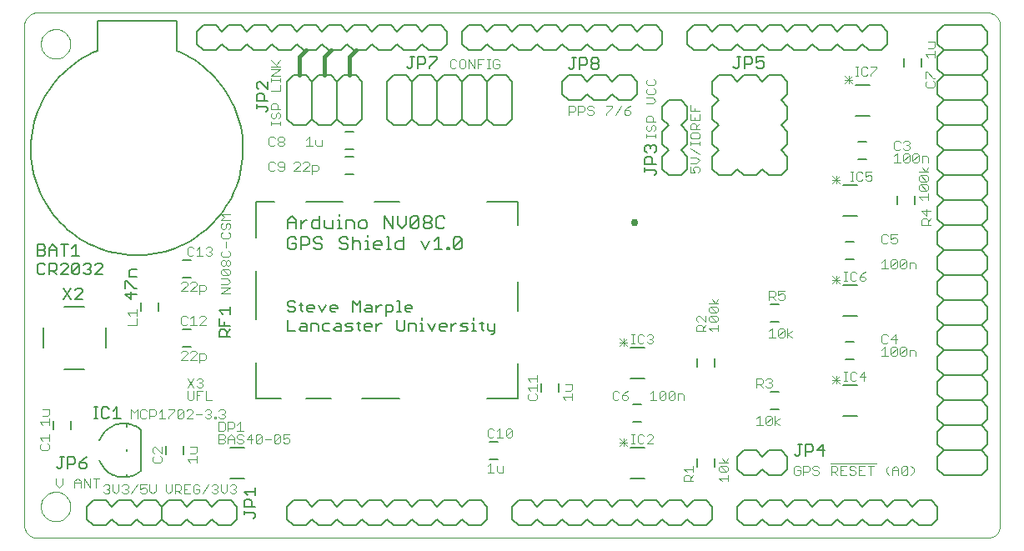
<source format=gto>
G75*
G70*
%OFA0B0*%
%FSLAX24Y24*%
%IPPOS*%
%LPD*%
%AMOC8*
5,1,8,0,0,1.08239X$1,22.5*
%
%ADD10C,0.0000*%
%ADD11C,0.0040*%
%ADD12C,0.0160*%
%ADD13C,0.0070*%
%ADD14C,0.0060*%
%ADD15C,0.0050*%
%ADD16C,0.0080*%
%ADD17C,0.0300*%
%ADD18C,0.0030*%
D10*
X001675Y001175D02*
X039675Y001175D01*
X039719Y001177D01*
X039762Y001183D01*
X039804Y001192D01*
X039846Y001205D01*
X039886Y001222D01*
X039925Y001242D01*
X039962Y001265D01*
X039996Y001292D01*
X040029Y001321D01*
X040058Y001354D01*
X040085Y001388D01*
X040108Y001425D01*
X040128Y001464D01*
X040145Y001504D01*
X040158Y001546D01*
X040167Y001588D01*
X040173Y001631D01*
X040175Y001675D01*
X040175Y021675D01*
X040173Y021719D01*
X040167Y021762D01*
X040158Y021804D01*
X040145Y021846D01*
X040128Y021886D01*
X040108Y021925D01*
X040085Y021962D01*
X040058Y021996D01*
X040029Y022029D01*
X039996Y022058D01*
X039962Y022085D01*
X039925Y022108D01*
X039886Y022128D01*
X039846Y022145D01*
X039804Y022158D01*
X039762Y022167D01*
X039719Y022173D01*
X039675Y022175D01*
X001675Y022175D01*
X001631Y022173D01*
X001588Y022167D01*
X001546Y022158D01*
X001504Y022145D01*
X001464Y022128D01*
X001425Y022108D01*
X001388Y022085D01*
X001354Y022058D01*
X001321Y022029D01*
X001292Y021996D01*
X001265Y021962D01*
X001242Y021925D01*
X001222Y021886D01*
X001205Y021846D01*
X001192Y021804D01*
X001183Y021762D01*
X001177Y021719D01*
X001175Y021675D01*
X001175Y001675D01*
X001177Y001631D01*
X001183Y001588D01*
X001192Y001546D01*
X001205Y001504D01*
X001222Y001464D01*
X001242Y001425D01*
X001265Y001388D01*
X001292Y001354D01*
X001321Y001321D01*
X001354Y001292D01*
X001388Y001265D01*
X001425Y001242D01*
X001464Y001222D01*
X001504Y001205D01*
X001546Y001192D01*
X001588Y001183D01*
X001631Y001177D01*
X001675Y001175D01*
X001834Y002425D02*
X001836Y002473D01*
X001842Y002521D01*
X001852Y002568D01*
X001865Y002614D01*
X001883Y002659D01*
X001903Y002703D01*
X001928Y002745D01*
X001956Y002784D01*
X001986Y002821D01*
X002020Y002855D01*
X002057Y002887D01*
X002095Y002916D01*
X002136Y002941D01*
X002179Y002963D01*
X002224Y002981D01*
X002270Y002995D01*
X002317Y003006D01*
X002365Y003013D01*
X002413Y003016D01*
X002461Y003015D01*
X002509Y003010D01*
X002557Y003001D01*
X002603Y002989D01*
X002648Y002972D01*
X002692Y002952D01*
X002734Y002929D01*
X002774Y002902D01*
X002812Y002872D01*
X002847Y002839D01*
X002879Y002803D01*
X002909Y002765D01*
X002935Y002724D01*
X002957Y002681D01*
X002977Y002637D01*
X002992Y002592D01*
X003004Y002545D01*
X003012Y002497D01*
X003016Y002449D01*
X003016Y002401D01*
X003012Y002353D01*
X003004Y002305D01*
X002992Y002258D01*
X002977Y002213D01*
X002957Y002169D01*
X002935Y002126D01*
X002909Y002085D01*
X002879Y002047D01*
X002847Y002011D01*
X002812Y001978D01*
X002774Y001948D01*
X002734Y001921D01*
X002692Y001898D01*
X002648Y001878D01*
X002603Y001861D01*
X002557Y001849D01*
X002509Y001840D01*
X002461Y001835D01*
X002413Y001834D01*
X002365Y001837D01*
X002317Y001844D01*
X002270Y001855D01*
X002224Y001869D01*
X002179Y001887D01*
X002136Y001909D01*
X002095Y001934D01*
X002057Y001963D01*
X002020Y001995D01*
X001986Y002029D01*
X001956Y002066D01*
X001928Y002105D01*
X001903Y002147D01*
X001883Y002191D01*
X001865Y002236D01*
X001852Y002282D01*
X001842Y002329D01*
X001836Y002377D01*
X001834Y002425D01*
X001834Y020925D02*
X001836Y020973D01*
X001842Y021021D01*
X001852Y021068D01*
X001865Y021114D01*
X001883Y021159D01*
X001903Y021203D01*
X001928Y021245D01*
X001956Y021284D01*
X001986Y021321D01*
X002020Y021355D01*
X002057Y021387D01*
X002095Y021416D01*
X002136Y021441D01*
X002179Y021463D01*
X002224Y021481D01*
X002270Y021495D01*
X002317Y021506D01*
X002365Y021513D01*
X002413Y021516D01*
X002461Y021515D01*
X002509Y021510D01*
X002557Y021501D01*
X002603Y021489D01*
X002648Y021472D01*
X002692Y021452D01*
X002734Y021429D01*
X002774Y021402D01*
X002812Y021372D01*
X002847Y021339D01*
X002879Y021303D01*
X002909Y021265D01*
X002935Y021224D01*
X002957Y021181D01*
X002977Y021137D01*
X002992Y021092D01*
X003004Y021045D01*
X003012Y020997D01*
X003016Y020949D01*
X003016Y020901D01*
X003012Y020853D01*
X003004Y020805D01*
X002992Y020758D01*
X002977Y020713D01*
X002957Y020669D01*
X002935Y020626D01*
X002909Y020585D01*
X002879Y020547D01*
X002847Y020511D01*
X002812Y020478D01*
X002774Y020448D01*
X002734Y020421D01*
X002692Y020398D01*
X002648Y020378D01*
X002603Y020361D01*
X002557Y020349D01*
X002509Y020340D01*
X002461Y020335D01*
X002413Y020334D01*
X002365Y020337D01*
X002317Y020344D01*
X002270Y020355D01*
X002224Y020369D01*
X002179Y020387D01*
X002136Y020409D01*
X002095Y020434D01*
X002057Y020463D01*
X002020Y020495D01*
X001986Y020529D01*
X001956Y020566D01*
X001928Y020605D01*
X001903Y020647D01*
X001883Y020691D01*
X001865Y020736D01*
X001852Y020782D01*
X001842Y020829D01*
X001836Y020877D01*
X001834Y020925D01*
D11*
X011045Y020268D02*
X011285Y020028D01*
X011225Y020088D02*
X011405Y020268D01*
X011405Y020028D02*
X011045Y020028D01*
X011045Y019900D02*
X011405Y019900D01*
X011045Y019659D01*
X011405Y019659D01*
X011405Y019534D02*
X011405Y019414D01*
X011405Y019474D02*
X011045Y019474D01*
X011045Y019414D02*
X011045Y019534D01*
X011405Y019286D02*
X011405Y019045D01*
X011045Y019045D01*
X011105Y018549D02*
X011225Y018549D01*
X011285Y018489D01*
X011285Y018309D01*
X011405Y018309D02*
X011045Y018309D01*
X011045Y018489D01*
X011105Y018549D01*
X011105Y018181D02*
X011045Y018121D01*
X011045Y018001D01*
X011105Y017941D01*
X011165Y017941D01*
X011225Y018001D01*
X011225Y018121D01*
X011285Y018181D01*
X011345Y018181D01*
X011405Y018121D01*
X011405Y018001D01*
X011345Y017941D01*
X011405Y017815D02*
X011405Y017695D01*
X011405Y017755D02*
X011045Y017755D01*
X011045Y017695D02*
X011045Y017815D01*
X011005Y017205D02*
X010945Y017145D01*
X010945Y016905D01*
X011005Y016845D01*
X011125Y016845D01*
X011185Y016905D01*
X011313Y016905D02*
X011313Y016965D01*
X011373Y017025D01*
X011493Y017025D01*
X011554Y016965D01*
X011554Y016905D01*
X011493Y016845D01*
X011373Y016845D01*
X011313Y016905D01*
X011373Y017025D02*
X011313Y017085D01*
X011313Y017145D01*
X011373Y017205D01*
X011493Y017205D01*
X011554Y017145D01*
X011554Y017085D01*
X011493Y017025D01*
X011185Y017145D02*
X011125Y017205D01*
X011005Y017205D01*
X011005Y016205D02*
X010945Y016145D01*
X010945Y015905D01*
X011005Y015845D01*
X011125Y015845D01*
X011185Y015905D01*
X011313Y015905D02*
X011373Y015845D01*
X011493Y015845D01*
X011554Y015905D01*
X011554Y016145D01*
X011493Y016205D01*
X011373Y016205D01*
X011313Y016145D01*
X011313Y016085D01*
X011373Y016025D01*
X011554Y016025D01*
X011185Y016145D02*
X011125Y016205D01*
X011005Y016205D01*
X011945Y016145D02*
X012005Y016205D01*
X012125Y016205D01*
X012185Y016145D01*
X012185Y016085D01*
X011945Y015845D01*
X012185Y015845D01*
X012313Y015845D02*
X012554Y016085D01*
X012554Y016145D01*
X012493Y016205D01*
X012373Y016205D01*
X012313Y016145D01*
X012682Y016085D02*
X012862Y016085D01*
X012922Y016025D01*
X012922Y015905D01*
X012862Y015845D01*
X012682Y015845D01*
X012682Y015725D02*
X012682Y016085D01*
X012554Y015845D02*
X012313Y015845D01*
X012445Y016845D02*
X012685Y016845D01*
X012565Y016845D02*
X012565Y017205D01*
X012445Y017085D01*
X012813Y017085D02*
X012813Y016905D01*
X012873Y016845D01*
X013054Y016845D01*
X013054Y017085D01*
X009405Y014132D02*
X009045Y014132D01*
X009165Y014012D01*
X009045Y013892D01*
X009405Y013892D01*
X009345Y013763D02*
X009405Y013703D01*
X009405Y013583D01*
X009345Y013523D01*
X009345Y013395D02*
X009405Y013335D01*
X009405Y013215D01*
X009345Y013155D01*
X009105Y013155D01*
X009045Y013215D01*
X009045Y013335D01*
X009105Y013395D01*
X009105Y013523D02*
X009165Y013523D01*
X009225Y013583D01*
X009225Y013703D01*
X009285Y013763D01*
X009345Y013763D01*
X009105Y013763D02*
X009045Y013703D01*
X009045Y013583D01*
X009105Y013523D01*
X009225Y013027D02*
X009225Y012787D01*
X009345Y012658D02*
X009405Y012598D01*
X009405Y012478D01*
X009345Y012418D01*
X009105Y012418D01*
X009045Y012478D01*
X009045Y012598D01*
X009105Y012658D01*
X009105Y012290D02*
X009045Y012230D01*
X009045Y012110D01*
X009105Y012050D01*
X009165Y012050D01*
X009225Y012110D01*
X009225Y012230D01*
X009285Y012290D01*
X009345Y012290D01*
X009405Y012230D01*
X009405Y012110D01*
X009345Y012050D01*
X009285Y012050D01*
X009225Y012110D01*
X009225Y012230D02*
X009165Y012290D01*
X009105Y012290D01*
X009105Y011922D02*
X009345Y011682D01*
X009405Y011742D01*
X009405Y011862D01*
X009345Y011922D01*
X009105Y011922D01*
X009045Y011862D01*
X009045Y011742D01*
X009105Y011682D01*
X009345Y011682D01*
X009285Y011554D02*
X009045Y011554D01*
X009285Y011554D02*
X009405Y011433D01*
X009285Y011313D01*
X009045Y011313D01*
X009045Y011185D02*
X009405Y011185D01*
X009045Y010945D01*
X009405Y010945D01*
X008422Y011105D02*
X008422Y011225D01*
X008362Y011285D01*
X008182Y011285D01*
X008182Y010925D01*
X008182Y011045D02*
X008362Y011045D01*
X008422Y011105D01*
X008054Y011045D02*
X007813Y011045D01*
X008054Y011285D01*
X008054Y011345D01*
X007993Y011405D01*
X007873Y011405D01*
X007813Y011345D01*
X007685Y011345D02*
X007625Y011405D01*
X007505Y011405D01*
X007445Y011345D01*
X007685Y011345D02*
X007685Y011285D01*
X007445Y011045D01*
X007685Y011045D01*
X007625Y010055D02*
X007505Y010055D01*
X007445Y009995D01*
X007445Y009755D01*
X007505Y009695D01*
X007625Y009695D01*
X007685Y009755D01*
X007813Y009695D02*
X008054Y009695D01*
X007933Y009695D02*
X007933Y010055D01*
X007813Y009935D01*
X007685Y009995D02*
X007625Y010055D01*
X008182Y009995D02*
X008242Y010055D01*
X008362Y010055D01*
X008422Y009995D01*
X008422Y009935D01*
X008182Y009695D01*
X008422Y009695D01*
X007993Y008655D02*
X007873Y008655D01*
X007813Y008595D01*
X007685Y008595D02*
X007625Y008655D01*
X007505Y008655D01*
X007445Y008595D01*
X007685Y008595D02*
X007685Y008535D01*
X007445Y008295D01*
X007685Y008295D01*
X007813Y008295D02*
X008054Y008535D01*
X008054Y008595D01*
X007993Y008655D01*
X008182Y008535D02*
X008362Y008535D01*
X008422Y008475D01*
X008422Y008355D01*
X008362Y008295D01*
X008182Y008295D01*
X008182Y008175D02*
X008182Y008535D01*
X008054Y008295D02*
X007813Y008295D01*
X007695Y007555D02*
X007935Y007195D01*
X007935Y007055D02*
X007935Y006755D01*
X007875Y006695D01*
X007755Y006695D01*
X007695Y006755D01*
X007695Y007055D01*
X007695Y007195D02*
X007935Y007555D01*
X008063Y007495D02*
X008123Y007555D01*
X008243Y007555D01*
X008304Y007495D01*
X008304Y007435D01*
X008243Y007375D01*
X008304Y007315D01*
X008304Y007255D01*
X008243Y007195D01*
X008123Y007195D01*
X008063Y007255D01*
X008183Y007375D02*
X008243Y007375D01*
X008304Y007055D02*
X008063Y007055D01*
X008063Y006695D01*
X008063Y006875D02*
X008183Y006875D01*
X008432Y006695D02*
X008672Y006695D01*
X008432Y006695D02*
X008432Y007055D01*
X008452Y006305D02*
X008572Y006305D01*
X008632Y006245D01*
X008632Y006185D01*
X008572Y006125D01*
X008632Y006065D01*
X008632Y006005D01*
X008572Y005945D01*
X008452Y005945D01*
X008392Y006005D01*
X008512Y006125D02*
X008572Y006125D01*
X008392Y006245D02*
X008452Y006305D01*
X008263Y006125D02*
X008023Y006125D01*
X007895Y006185D02*
X007895Y006245D01*
X007835Y006305D01*
X007715Y006305D01*
X007655Y006245D01*
X007527Y006245D02*
X007287Y006005D01*
X007347Y005945D01*
X007467Y005945D01*
X007527Y006005D01*
X007527Y006245D01*
X007467Y006305D01*
X007347Y006305D01*
X007287Y006245D01*
X007287Y006005D01*
X007158Y006245D02*
X006918Y006005D01*
X006918Y005945D01*
X006790Y005945D02*
X006550Y005945D01*
X006670Y005945D02*
X006670Y006305D01*
X006550Y006185D01*
X006422Y006125D02*
X006362Y006065D01*
X006182Y006065D01*
X006182Y005945D02*
X006182Y006305D01*
X006362Y006305D01*
X006422Y006245D01*
X006422Y006125D01*
X006054Y006005D02*
X005993Y005945D01*
X005873Y005945D01*
X005813Y006005D01*
X005813Y006245D01*
X005873Y006305D01*
X005993Y006305D01*
X006054Y006245D01*
X005685Y006305D02*
X005685Y005945D01*
X005445Y005945D02*
X005445Y006305D01*
X005565Y006185D01*
X005685Y006305D01*
X006918Y006305D02*
X007158Y006305D01*
X007158Y006245D01*
X007655Y005945D02*
X007895Y006185D01*
X007895Y005945D02*
X007655Y005945D01*
X008760Y005945D02*
X008820Y005945D01*
X008820Y006005D01*
X008760Y006005D01*
X008760Y005945D01*
X008944Y006005D02*
X009004Y005945D01*
X009124Y005945D01*
X009184Y006005D01*
X009184Y006065D01*
X009124Y006125D01*
X009064Y006125D01*
X009124Y006125D02*
X009184Y006185D01*
X009184Y006245D01*
X009124Y006305D01*
X009004Y006305D01*
X008944Y006245D01*
X008945Y005805D02*
X009125Y005805D01*
X009185Y005745D01*
X009185Y005505D01*
X009125Y005445D01*
X008945Y005445D01*
X008945Y005805D01*
X009313Y005805D02*
X009313Y005445D01*
X009313Y005565D02*
X009493Y005565D01*
X009554Y005625D01*
X009554Y005745D01*
X009493Y005805D01*
X009313Y005805D01*
X009682Y005685D02*
X009802Y005805D01*
X009802Y005445D01*
X009682Y005445D02*
X009922Y005445D01*
X009862Y005305D02*
X009742Y005305D01*
X009682Y005245D01*
X009682Y005185D01*
X009742Y005125D01*
X009862Y005125D01*
X009922Y005065D01*
X009922Y005005D01*
X009862Y004945D01*
X009742Y004945D01*
X009682Y005005D01*
X009554Y004945D02*
X009554Y005185D01*
X009433Y005305D01*
X009313Y005185D01*
X009313Y004945D01*
X009185Y005005D02*
X009125Y004945D01*
X008945Y004945D01*
X008945Y005305D01*
X009125Y005305D01*
X009185Y005245D01*
X009185Y005185D01*
X009125Y005125D01*
X008945Y005125D01*
X009125Y005125D02*
X009185Y005065D01*
X009185Y005005D01*
X009313Y005125D02*
X009554Y005125D01*
X009862Y005305D02*
X009922Y005245D01*
X010050Y005125D02*
X010290Y005125D01*
X010418Y005005D02*
X010658Y005245D01*
X010658Y005005D01*
X010598Y004945D01*
X010478Y004945D01*
X010418Y005005D01*
X010418Y005245D01*
X010478Y005305D01*
X010598Y005305D01*
X010658Y005245D01*
X010787Y005125D02*
X011027Y005125D01*
X011155Y005005D02*
X011395Y005245D01*
X011395Y005005D01*
X011335Y004945D01*
X011215Y004945D01*
X011155Y005005D01*
X011155Y005245D01*
X011215Y005305D01*
X011335Y005305D01*
X011395Y005245D01*
X011523Y005305D02*
X011523Y005125D01*
X011643Y005185D01*
X011703Y005185D01*
X011763Y005125D01*
X011763Y005005D01*
X011703Y004945D01*
X011583Y004945D01*
X011523Y005005D01*
X011523Y005305D02*
X011763Y005305D01*
X010230Y005305D02*
X010050Y005125D01*
X010230Y004945D02*
X010230Y005305D01*
X008055Y004804D02*
X008055Y004623D01*
X007995Y004563D01*
X007815Y004563D01*
X007815Y004804D02*
X008055Y004804D01*
X008055Y004435D02*
X008055Y004195D01*
X008055Y004315D02*
X007695Y004315D01*
X007815Y004195D01*
X006655Y004255D02*
X006655Y004375D01*
X006595Y004435D01*
X006655Y004563D02*
X006415Y004804D01*
X006355Y004804D01*
X006295Y004743D01*
X006295Y004623D01*
X006355Y004563D01*
X006355Y004435D02*
X006295Y004375D01*
X006295Y004255D01*
X006355Y004195D01*
X006595Y004195D01*
X006655Y004255D01*
X006655Y004563D02*
X006655Y004804D01*
X006822Y003305D02*
X006822Y003065D01*
X006942Y002945D01*
X007062Y003065D01*
X007062Y003305D01*
X007190Y003305D02*
X007370Y003305D01*
X007430Y003245D01*
X007430Y003125D01*
X007370Y003065D01*
X007190Y003065D01*
X007190Y002945D02*
X007190Y003305D01*
X007310Y003065D02*
X007430Y002945D01*
X007558Y002945D02*
X007799Y002945D01*
X007927Y003005D02*
X007927Y003245D01*
X007987Y003305D01*
X008107Y003305D01*
X008167Y003245D01*
X008167Y003125D02*
X008047Y003125D01*
X008167Y003125D02*
X008167Y003005D01*
X008107Y002945D01*
X007987Y002945D01*
X007927Y003005D01*
X007678Y003125D02*
X007558Y003125D01*
X007558Y003305D02*
X007558Y002945D01*
X007558Y003305D02*
X007799Y003305D01*
X008295Y002945D02*
X008535Y003305D01*
X008663Y003245D02*
X008723Y003305D01*
X008843Y003305D01*
X008904Y003245D01*
X008904Y003185D01*
X008843Y003125D01*
X008904Y003065D01*
X008904Y003005D01*
X008843Y002945D01*
X008723Y002945D01*
X008663Y003005D01*
X008783Y003125D02*
X008843Y003125D01*
X009032Y003065D02*
X009152Y002945D01*
X009272Y003065D01*
X009272Y003305D01*
X009400Y003245D02*
X009460Y003305D01*
X009580Y003305D01*
X009640Y003245D01*
X009640Y003185D01*
X009580Y003125D01*
X009640Y003065D01*
X009640Y003005D01*
X009580Y002945D01*
X009460Y002945D01*
X009400Y003005D01*
X009520Y003125D02*
X009580Y003125D01*
X009032Y003065D02*
X009032Y003305D01*
X006422Y003305D02*
X006422Y003065D01*
X006302Y002945D01*
X006182Y003065D01*
X006182Y003305D01*
X006054Y003305D02*
X005813Y003305D01*
X005813Y003125D01*
X005933Y003185D01*
X005993Y003185D01*
X006054Y003125D01*
X006054Y003005D01*
X005993Y002945D01*
X005873Y002945D01*
X005813Y003005D01*
X005685Y003305D02*
X005445Y002945D01*
X005317Y003005D02*
X005317Y003065D01*
X005257Y003125D01*
X005197Y003125D01*
X005257Y003125D02*
X005317Y003185D01*
X005317Y003245D01*
X005257Y003305D01*
X005137Y003305D01*
X005077Y003245D01*
X004949Y003305D02*
X004949Y003065D01*
X004828Y002945D01*
X004708Y003065D01*
X004708Y003305D01*
X004580Y003245D02*
X004580Y003185D01*
X004520Y003125D01*
X004580Y003065D01*
X004580Y003005D01*
X004520Y002945D01*
X004400Y002945D01*
X004340Y003005D01*
X004460Y003125D02*
X004520Y003125D01*
X004580Y003245D02*
X004520Y003305D01*
X004400Y003305D01*
X004340Y003245D01*
X004038Y003195D02*
X004038Y003555D01*
X003918Y003555D02*
X004158Y003555D01*
X003790Y003555D02*
X003790Y003195D01*
X003550Y003555D01*
X003550Y003195D01*
X003422Y003195D02*
X003422Y003435D01*
X003302Y003555D01*
X003182Y003435D01*
X003182Y003195D01*
X003182Y003375D02*
X003422Y003375D01*
X002685Y003315D02*
X002565Y003195D01*
X002445Y003315D01*
X002445Y003555D01*
X002685Y003555D02*
X002685Y003315D01*
X002095Y004695D02*
X001855Y004695D01*
X001795Y004755D01*
X001795Y004875D01*
X001855Y004935D01*
X001915Y005063D02*
X001795Y005183D01*
X002155Y005183D01*
X002155Y005063D02*
X002155Y005304D01*
X002095Y004935D02*
X002155Y004875D01*
X002155Y004755D01*
X002095Y004695D01*
X002155Y005695D02*
X002155Y005935D01*
X002155Y005815D02*
X001795Y005815D01*
X001915Y005695D01*
X001915Y006063D02*
X002095Y006063D01*
X002155Y006123D01*
X002155Y006304D01*
X001915Y006304D01*
X005077Y003005D02*
X005137Y002945D01*
X005257Y002945D01*
X005317Y003005D01*
X005295Y009695D02*
X005655Y009695D01*
X005655Y009935D01*
X005655Y010063D02*
X005655Y010304D01*
X005655Y010183D02*
X005295Y010183D01*
X005415Y010063D01*
X007755Y012445D02*
X007875Y012445D01*
X007935Y012505D01*
X008063Y012445D02*
X008304Y012445D01*
X008183Y012445D02*
X008183Y012805D01*
X008063Y012685D01*
X007935Y012745D02*
X007875Y012805D01*
X007755Y012805D01*
X007695Y012745D01*
X007695Y012505D01*
X007755Y012445D01*
X008432Y012505D02*
X008492Y012445D01*
X008612Y012445D01*
X008672Y012505D01*
X008672Y012565D01*
X008612Y012625D01*
X008552Y012625D01*
X008612Y012625D02*
X008672Y012685D01*
X008672Y012745D01*
X008612Y012805D01*
X008492Y012805D01*
X008432Y012745D01*
X018195Y020005D02*
X018255Y019945D01*
X018375Y019945D01*
X018435Y020005D01*
X018563Y020005D02*
X018623Y019945D01*
X018743Y019945D01*
X018804Y020005D01*
X018804Y020245D01*
X018743Y020305D01*
X018623Y020305D01*
X018563Y020245D01*
X018563Y020005D01*
X018435Y020245D02*
X018375Y020305D01*
X018255Y020305D01*
X018195Y020245D01*
X018195Y020005D01*
X018932Y019945D02*
X018932Y020305D01*
X019172Y019945D01*
X019172Y020305D01*
X019300Y020305D02*
X019540Y020305D01*
X019668Y020305D02*
X019788Y020305D01*
X019728Y020305D02*
X019728Y019945D01*
X019668Y019945D02*
X019788Y019945D01*
X019914Y020005D02*
X019914Y020245D01*
X019974Y020305D01*
X020094Y020305D01*
X020154Y020245D01*
X020154Y020125D02*
X020034Y020125D01*
X020154Y020125D02*
X020154Y020005D01*
X020094Y019945D01*
X019974Y019945D01*
X019914Y020005D01*
X019420Y020125D02*
X019300Y020125D01*
X019300Y019945D02*
X019300Y020305D01*
X022945Y018455D02*
X022945Y018095D01*
X022945Y018215D02*
X023125Y018215D01*
X023185Y018275D01*
X023185Y018395D01*
X023125Y018455D01*
X022945Y018455D01*
X023313Y018455D02*
X023493Y018455D01*
X023554Y018395D01*
X023554Y018275D01*
X023493Y018215D01*
X023313Y018215D01*
X023313Y018095D02*
X023313Y018455D01*
X023682Y018395D02*
X023682Y018335D01*
X023742Y018275D01*
X023862Y018275D01*
X023922Y018215D01*
X023922Y018155D01*
X023862Y018095D01*
X023742Y018095D01*
X023682Y018155D01*
X023682Y018395D02*
X023742Y018455D01*
X023862Y018455D01*
X023922Y018395D01*
X024418Y018455D02*
X024658Y018455D01*
X024658Y018395D01*
X024418Y018155D01*
X024418Y018095D01*
X024787Y018095D02*
X025027Y018455D01*
X025155Y018275D02*
X025335Y018275D01*
X025395Y018215D01*
X025395Y018155D01*
X025335Y018095D01*
X025215Y018095D01*
X025155Y018155D01*
X025155Y018275D01*
X025275Y018395D01*
X025395Y018455D01*
X026045Y018545D02*
X026285Y018545D01*
X026405Y018666D01*
X026285Y018786D01*
X026045Y018786D01*
X026105Y018914D02*
X026045Y018974D01*
X026045Y019094D01*
X026105Y019154D01*
X026105Y019282D02*
X026345Y019282D01*
X026405Y019342D01*
X026405Y019462D01*
X026345Y019522D01*
X026105Y019522D02*
X026045Y019462D01*
X026045Y019342D01*
X026105Y019282D01*
X026345Y019154D02*
X026405Y019094D01*
X026405Y018974D01*
X026345Y018914D01*
X026105Y018914D01*
X026105Y018049D02*
X026045Y017989D01*
X026045Y017809D01*
X026405Y017809D01*
X026285Y017809D02*
X026285Y017989D01*
X026225Y018049D01*
X026105Y018049D01*
X026105Y017681D02*
X026045Y017621D01*
X026045Y017501D01*
X026105Y017441D01*
X026165Y017441D01*
X026225Y017501D01*
X026225Y017621D01*
X026285Y017681D01*
X026345Y017681D01*
X026405Y017621D01*
X026405Y017501D01*
X026345Y017441D01*
X026405Y017315D02*
X026405Y017195D01*
X026405Y017255D02*
X026045Y017255D01*
X026045Y017195D02*
X026045Y017315D01*
X027795Y017314D02*
X027795Y017194D01*
X027855Y017134D01*
X028095Y017134D01*
X028155Y017194D01*
X028155Y017314D01*
X028095Y017374D01*
X027855Y017374D01*
X027795Y017314D01*
X027795Y017502D02*
X027795Y017682D01*
X027855Y017742D01*
X027975Y017742D01*
X028035Y017682D01*
X028035Y017502D01*
X028155Y017502D02*
X027795Y017502D01*
X028035Y017622D02*
X028155Y017742D01*
X028155Y017870D02*
X027795Y017870D01*
X027795Y018110D01*
X027795Y018239D02*
X027795Y018479D01*
X027975Y018359D02*
X027975Y018239D01*
X028155Y018239D02*
X027795Y018239D01*
X027975Y017990D02*
X027975Y017870D01*
X028155Y017870D02*
X028155Y018110D01*
X028155Y017008D02*
X028155Y016888D01*
X028155Y016948D02*
X027795Y016948D01*
X027795Y016888D02*
X027795Y017008D01*
X027795Y016760D02*
X028155Y016520D01*
X028035Y016392D02*
X028155Y016272D01*
X028035Y016151D01*
X027795Y016151D01*
X027795Y016023D02*
X027795Y015783D01*
X027975Y015783D01*
X027915Y015903D01*
X027915Y015963D01*
X027975Y016023D01*
X028095Y016023D01*
X028155Y015963D01*
X028155Y015843D01*
X028095Y015783D01*
X028035Y016392D02*
X027795Y016392D01*
X034195Y015805D02*
X034315Y015805D01*
X034255Y015805D02*
X034255Y015445D01*
X034195Y015445D02*
X034315Y015445D01*
X034441Y015505D02*
X034441Y015745D01*
X034501Y015805D01*
X034621Y015805D01*
X034681Y015745D01*
X034809Y015805D02*
X034809Y015625D01*
X034929Y015685D01*
X034989Y015685D01*
X035049Y015625D01*
X035049Y015505D01*
X034989Y015445D01*
X034869Y015445D01*
X034809Y015505D01*
X034681Y015505D02*
X034621Y015445D01*
X034501Y015445D01*
X034441Y015505D01*
X034809Y015805D02*
X035049Y015805D01*
X035945Y016195D02*
X036185Y016195D01*
X036065Y016195D02*
X036065Y016555D01*
X035945Y016435D01*
X036005Y016695D02*
X035945Y016755D01*
X035945Y016995D01*
X036005Y017055D01*
X036125Y017055D01*
X036185Y016995D01*
X036313Y016995D02*
X036373Y017055D01*
X036493Y017055D01*
X036554Y016995D01*
X036554Y016935D01*
X036493Y016875D01*
X036554Y016815D01*
X036554Y016755D01*
X036493Y016695D01*
X036373Y016695D01*
X036313Y016755D01*
X036185Y016755D02*
X036125Y016695D01*
X036005Y016695D01*
X036313Y016495D02*
X036373Y016555D01*
X036493Y016555D01*
X036554Y016495D01*
X036313Y016255D01*
X036373Y016195D01*
X036493Y016195D01*
X036554Y016255D01*
X036554Y016495D01*
X036682Y016495D02*
X036742Y016555D01*
X036862Y016555D01*
X036922Y016495D01*
X036682Y016255D01*
X036742Y016195D01*
X036862Y016195D01*
X036922Y016255D01*
X036922Y016495D01*
X037050Y016435D02*
X037230Y016435D01*
X037290Y016375D01*
X037290Y016195D01*
X037305Y015980D02*
X037185Y015800D01*
X037065Y015980D01*
X037050Y016195D02*
X037050Y016435D01*
X036682Y016495D02*
X036682Y016255D01*
X036313Y016255D02*
X036313Y016495D01*
X036433Y016875D02*
X036493Y016875D01*
X036945Y015800D02*
X037305Y015800D01*
X037245Y015672D02*
X037305Y015612D01*
X037305Y015492D01*
X037245Y015432D01*
X037005Y015672D01*
X037245Y015672D01*
X037005Y015672D02*
X036945Y015612D01*
X036945Y015492D01*
X037005Y015432D01*
X037245Y015432D01*
X037245Y015304D02*
X037005Y015304D01*
X037245Y015063D01*
X037305Y015123D01*
X037305Y015243D01*
X037245Y015304D01*
X037005Y015304D02*
X036945Y015243D01*
X036945Y015123D01*
X037005Y015063D01*
X037245Y015063D01*
X037305Y014935D02*
X037305Y014695D01*
X037305Y014815D02*
X036945Y014815D01*
X037065Y014695D01*
X037225Y014304D02*
X037225Y014063D01*
X037045Y014243D01*
X037405Y014243D01*
X037405Y013935D02*
X037285Y013815D01*
X037285Y013875D02*
X037285Y013695D01*
X037405Y013695D02*
X037045Y013695D01*
X037045Y013875D01*
X037105Y013935D01*
X037225Y013935D01*
X037285Y013875D01*
X036054Y013305D02*
X035813Y013305D01*
X035813Y013125D01*
X035933Y013185D01*
X035993Y013185D01*
X036054Y013125D01*
X036054Y013005D01*
X035993Y012945D01*
X035873Y012945D01*
X035813Y013005D01*
X035685Y013005D02*
X035625Y012945D01*
X035505Y012945D01*
X035445Y013005D01*
X035445Y013245D01*
X035505Y013305D01*
X035625Y013305D01*
X035685Y013245D01*
X035565Y012305D02*
X035445Y012185D01*
X035565Y012305D02*
X035565Y011945D01*
X035445Y011945D02*
X035685Y011945D01*
X035813Y012005D02*
X036054Y012245D01*
X036054Y012005D01*
X035993Y011945D01*
X035873Y011945D01*
X035813Y012005D01*
X035813Y012245D01*
X035873Y012305D01*
X035993Y012305D01*
X036054Y012245D01*
X036182Y012245D02*
X036242Y012305D01*
X036362Y012305D01*
X036422Y012245D01*
X036182Y012005D01*
X036242Y011945D01*
X036362Y011945D01*
X036422Y012005D01*
X036422Y012245D01*
X036550Y012185D02*
X036730Y012185D01*
X036790Y012125D01*
X036790Y011945D01*
X036550Y011945D02*
X036550Y012185D01*
X036182Y012245D02*
X036182Y012005D01*
X034799Y011805D02*
X034679Y011745D01*
X034559Y011625D01*
X034739Y011625D01*
X034799Y011565D01*
X034799Y011505D01*
X034739Y011445D01*
X034619Y011445D01*
X034559Y011505D01*
X034559Y011625D01*
X034431Y011505D02*
X034371Y011445D01*
X034251Y011445D01*
X034191Y011505D01*
X034191Y011745D01*
X034251Y011805D01*
X034371Y011805D01*
X034431Y011745D01*
X034065Y011805D02*
X033945Y011805D01*
X034005Y011805D02*
X034005Y011445D01*
X033945Y011445D02*
X034065Y011445D01*
X031554Y011055D02*
X031313Y011055D01*
X031313Y010875D01*
X031433Y010935D01*
X031493Y010935D01*
X031554Y010875D01*
X031554Y010755D01*
X031493Y010695D01*
X031373Y010695D01*
X031313Y010755D01*
X031185Y010695D02*
X031065Y010815D01*
X031125Y010815D02*
X030945Y010815D01*
X030945Y010695D02*
X030945Y011055D01*
X031125Y011055D01*
X031185Y010995D01*
X031185Y010875D01*
X031125Y010815D01*
X031065Y009555D02*
X030945Y009435D01*
X031065Y009555D02*
X031065Y009195D01*
X030945Y009195D02*
X031185Y009195D01*
X031313Y009255D02*
X031554Y009495D01*
X031554Y009255D01*
X031493Y009195D01*
X031373Y009195D01*
X031313Y009255D01*
X031313Y009495D01*
X031373Y009555D01*
X031493Y009555D01*
X031554Y009495D01*
X031682Y009555D02*
X031682Y009195D01*
X031682Y009315D02*
X031862Y009435D01*
X031682Y009315D02*
X031862Y009195D01*
X033945Y007805D02*
X034065Y007805D01*
X034005Y007805D02*
X034005Y007445D01*
X033945Y007445D02*
X034065Y007445D01*
X034191Y007505D02*
X034251Y007445D01*
X034371Y007445D01*
X034431Y007505D01*
X034559Y007625D02*
X034799Y007625D01*
X034739Y007445D02*
X034739Y007805D01*
X034559Y007625D01*
X034431Y007745D02*
X034371Y007805D01*
X034251Y007805D01*
X034191Y007745D01*
X034191Y007505D01*
X035445Y008445D02*
X035685Y008445D01*
X035565Y008445D02*
X035565Y008805D01*
X035445Y008685D01*
X035505Y008945D02*
X035625Y008945D01*
X035685Y009005D01*
X035813Y009125D02*
X036054Y009125D01*
X035993Y008945D02*
X035993Y009305D01*
X035813Y009125D01*
X035685Y009245D02*
X035625Y009305D01*
X035505Y009305D01*
X035445Y009245D01*
X035445Y009005D01*
X035505Y008945D01*
X035813Y008745D02*
X035873Y008805D01*
X035993Y008805D01*
X036054Y008745D01*
X035813Y008505D01*
X035873Y008445D01*
X035993Y008445D01*
X036054Y008505D01*
X036054Y008745D01*
X036182Y008745D02*
X036242Y008805D01*
X036362Y008805D01*
X036422Y008745D01*
X036182Y008505D01*
X036242Y008445D01*
X036362Y008445D01*
X036422Y008505D01*
X036422Y008745D01*
X036550Y008685D02*
X036730Y008685D01*
X036790Y008625D01*
X036790Y008445D01*
X036550Y008445D02*
X036550Y008685D01*
X036182Y008745D02*
X036182Y008505D01*
X035813Y008505D02*
X035813Y008745D01*
X031054Y007495D02*
X031054Y007435D01*
X030993Y007375D01*
X031054Y007315D01*
X031054Y007255D01*
X030993Y007195D01*
X030873Y007195D01*
X030813Y007255D01*
X030685Y007195D02*
X030565Y007315D01*
X030625Y007315D02*
X030445Y007315D01*
X030445Y007195D02*
X030445Y007555D01*
X030625Y007555D01*
X030685Y007495D01*
X030685Y007375D01*
X030625Y007315D01*
X030813Y007495D02*
X030873Y007555D01*
X030993Y007555D01*
X031054Y007495D01*
X030993Y007375D02*
X030933Y007375D01*
X030873Y006055D02*
X030993Y006055D01*
X031054Y005995D01*
X030813Y005755D01*
X030873Y005695D01*
X030993Y005695D01*
X031054Y005755D01*
X031054Y005995D01*
X031182Y006055D02*
X031182Y005695D01*
X031182Y005815D02*
X031362Y005935D01*
X031182Y005815D02*
X031362Y005695D01*
X030813Y005755D02*
X030813Y005995D01*
X030873Y006055D01*
X030565Y006055D02*
X030565Y005695D01*
X030445Y005695D02*
X030685Y005695D01*
X030445Y005935D02*
X030565Y006055D01*
X029305Y004362D02*
X029185Y004182D01*
X029065Y004362D01*
X028945Y004182D02*
X029305Y004182D01*
X029245Y004054D02*
X029305Y003993D01*
X029305Y003873D01*
X029245Y003813D01*
X029005Y004054D01*
X029245Y004054D01*
X029005Y004054D02*
X028945Y003993D01*
X028945Y003873D01*
X029005Y003813D01*
X029245Y003813D01*
X029305Y003685D02*
X029305Y003445D01*
X029305Y003565D02*
X028945Y003565D01*
X029065Y003445D01*
X027905Y003445D02*
X027545Y003445D01*
X027545Y003625D01*
X027605Y003685D01*
X027725Y003685D01*
X027785Y003625D01*
X027785Y003445D01*
X027785Y003565D02*
X027905Y003685D01*
X027905Y003813D02*
X027905Y004054D01*
X027905Y003933D02*
X027545Y003933D01*
X027665Y003813D01*
X026299Y004945D02*
X026059Y004945D01*
X026299Y005185D01*
X026299Y005245D01*
X026239Y005305D01*
X026119Y005305D01*
X026059Y005245D01*
X025931Y005245D02*
X025871Y005305D01*
X025751Y005305D01*
X025691Y005245D01*
X025691Y005005D01*
X025751Y004945D01*
X025871Y004945D01*
X025931Y005005D01*
X025565Y004945D02*
X025445Y004945D01*
X025505Y004945D02*
X025505Y005305D01*
X025445Y005305D02*
X025565Y005305D01*
X025243Y006695D02*
X025123Y006695D01*
X025063Y006755D01*
X025063Y006875D01*
X025243Y006875D01*
X025304Y006815D01*
X025304Y006755D01*
X025243Y006695D01*
X025063Y006875D02*
X025183Y006995D01*
X025304Y007055D01*
X024935Y006995D02*
X024875Y007055D01*
X024755Y007055D01*
X024695Y006995D01*
X024695Y006755D01*
X024755Y006695D01*
X024875Y006695D01*
X024935Y006755D01*
X026195Y006695D02*
X026435Y006695D01*
X026315Y006695D02*
X026315Y007055D01*
X026195Y006935D01*
X026563Y006995D02*
X026563Y006755D01*
X026804Y006995D01*
X026804Y006755D01*
X026743Y006695D01*
X026623Y006695D01*
X026563Y006755D01*
X026563Y006995D02*
X026623Y007055D01*
X026743Y007055D01*
X026804Y006995D01*
X026932Y006995D02*
X026932Y006755D01*
X027172Y006995D01*
X027172Y006755D01*
X027112Y006695D01*
X026992Y006695D01*
X026932Y006755D01*
X026932Y006995D02*
X026992Y007055D01*
X027112Y007055D01*
X027172Y006995D01*
X027300Y006935D02*
X027300Y006695D01*
X027540Y006695D02*
X027540Y006875D01*
X027480Y006935D01*
X027300Y006935D01*
X026239Y008945D02*
X026119Y008945D01*
X026059Y009005D01*
X025931Y009005D02*
X025871Y008945D01*
X025751Y008945D01*
X025691Y009005D01*
X025691Y009245D01*
X025751Y009305D01*
X025871Y009305D01*
X025931Y009245D01*
X026059Y009245D02*
X026119Y009305D01*
X026239Y009305D01*
X026299Y009245D01*
X026299Y009185D01*
X026239Y009125D01*
X026299Y009065D01*
X026299Y009005D01*
X026239Y008945D01*
X026239Y009125D02*
X026179Y009125D01*
X025565Y008945D02*
X025445Y008945D01*
X025505Y008945D02*
X025505Y009305D01*
X025445Y009305D02*
X025565Y009305D01*
X028045Y009445D02*
X028045Y009625D01*
X028105Y009685D01*
X028225Y009685D01*
X028285Y009625D01*
X028285Y009445D01*
X028405Y009445D02*
X028045Y009445D01*
X028285Y009565D02*
X028405Y009685D01*
X028405Y009813D02*
X028165Y010054D01*
X028105Y010054D01*
X028045Y009993D01*
X028045Y009873D01*
X028105Y009813D01*
X028405Y009813D02*
X028405Y010054D01*
X028545Y009993D02*
X028605Y010054D01*
X028845Y009813D01*
X028905Y009873D01*
X028905Y009993D01*
X028845Y010054D01*
X028605Y010054D01*
X028545Y009993D02*
X028545Y009873D01*
X028605Y009813D01*
X028845Y009813D01*
X028905Y009685D02*
X028905Y009445D01*
X028905Y009565D02*
X028545Y009565D01*
X028665Y009445D01*
X028605Y010182D02*
X028545Y010242D01*
X028545Y010362D01*
X028605Y010422D01*
X028845Y010182D01*
X028905Y010242D01*
X028905Y010362D01*
X028845Y010422D01*
X028605Y010422D01*
X028545Y010550D02*
X028905Y010550D01*
X028785Y010550D02*
X028665Y010730D01*
X028785Y010550D02*
X028905Y010730D01*
X028845Y010182D02*
X028605Y010182D01*
X023055Y007304D02*
X023055Y007123D01*
X022995Y007063D01*
X022815Y007063D01*
X022815Y007304D02*
X023055Y007304D01*
X023055Y006935D02*
X023055Y006695D01*
X023055Y006815D02*
X022695Y006815D01*
X022815Y006695D01*
X021655Y006755D02*
X021655Y006875D01*
X021595Y006935D01*
X021655Y007063D02*
X021655Y007304D01*
X021655Y007183D02*
X021295Y007183D01*
X021415Y007063D01*
X021355Y006935D02*
X021295Y006875D01*
X021295Y006755D01*
X021355Y006695D01*
X021595Y006695D01*
X021655Y006755D01*
X021655Y007432D02*
X021655Y007672D01*
X021655Y007552D02*
X021295Y007552D01*
X021415Y007432D01*
X020612Y005555D02*
X020672Y005495D01*
X020432Y005255D01*
X020492Y005195D01*
X020612Y005195D01*
X020672Y005255D01*
X020672Y005495D01*
X020612Y005555D02*
X020492Y005555D01*
X020432Y005495D01*
X020432Y005255D01*
X020304Y005195D02*
X020063Y005195D01*
X020183Y005195D02*
X020183Y005555D01*
X020063Y005435D01*
X019935Y005495D02*
X019875Y005555D01*
X019755Y005555D01*
X019695Y005495D01*
X019695Y005255D01*
X019755Y005195D01*
X019875Y005195D01*
X019935Y005255D01*
X019815Y004155D02*
X019815Y003795D01*
X019695Y003795D02*
X019935Y003795D01*
X020063Y003855D02*
X020123Y003795D01*
X020304Y003795D01*
X020304Y004035D01*
X020063Y004035D02*
X020063Y003855D01*
X019815Y004155D02*
X019695Y004035D01*
X031945Y003995D02*
X031945Y003755D01*
X032005Y003695D01*
X032125Y003695D01*
X032185Y003755D01*
X032185Y003875D01*
X032065Y003875D01*
X031945Y003995D02*
X032005Y004055D01*
X032125Y004055D01*
X032185Y003995D01*
X032313Y004055D02*
X032493Y004055D01*
X032554Y003995D01*
X032554Y003875D01*
X032493Y003815D01*
X032313Y003815D01*
X032313Y003695D02*
X032313Y004055D01*
X032682Y003995D02*
X032682Y003935D01*
X032742Y003875D01*
X032862Y003875D01*
X032922Y003815D01*
X032922Y003755D01*
X032862Y003695D01*
X032742Y003695D01*
X032682Y003755D01*
X032682Y003995D02*
X032742Y004055D01*
X032862Y004055D01*
X032922Y003995D01*
X033398Y004135D02*
X035240Y004135D01*
X035132Y004055D02*
X034892Y004055D01*
X035012Y004055D02*
X035012Y003695D01*
X034763Y003695D02*
X034523Y003695D01*
X034523Y004055D01*
X034763Y004055D01*
X034643Y003875D02*
X034523Y003875D01*
X034395Y003815D02*
X034395Y003755D01*
X034335Y003695D01*
X034215Y003695D01*
X034155Y003755D01*
X034215Y003875D02*
X034335Y003875D01*
X034395Y003815D01*
X034395Y003995D02*
X034335Y004055D01*
X034215Y004055D01*
X034155Y003995D01*
X034155Y003935D01*
X034215Y003875D01*
X034027Y003695D02*
X033787Y003695D01*
X033787Y004055D01*
X034027Y004055D01*
X033907Y003875D02*
X033787Y003875D01*
X033658Y003875D02*
X033598Y003815D01*
X033418Y003815D01*
X033418Y003695D02*
X033418Y004055D01*
X033598Y004055D01*
X033658Y003995D01*
X033658Y003875D01*
X033538Y003815D02*
X033658Y003695D01*
X035628Y003815D02*
X035748Y003695D01*
X035874Y003695D02*
X035874Y003935D01*
X035994Y004055D01*
X036114Y003935D01*
X036114Y003695D01*
X036242Y003755D02*
X036302Y003695D01*
X036422Y003695D01*
X036482Y003755D01*
X036482Y003995D01*
X036242Y003755D01*
X036242Y003995D01*
X036302Y004055D01*
X036422Y004055D01*
X036482Y003995D01*
X036610Y004055D02*
X036730Y003935D01*
X036730Y003815D01*
X036610Y003695D01*
X036114Y003875D02*
X035874Y003875D01*
X035748Y004055D02*
X035628Y003935D01*
X035628Y003815D01*
X037255Y019195D02*
X037195Y019255D01*
X037195Y019375D01*
X037255Y019435D01*
X037195Y019563D02*
X037195Y019804D01*
X037255Y019804D01*
X037495Y019563D01*
X037555Y019563D01*
X037495Y019435D02*
X037555Y019375D01*
X037555Y019255D01*
X037495Y019195D01*
X037255Y019195D01*
X037315Y020395D02*
X037195Y020515D01*
X037555Y020515D01*
X037555Y020395D02*
X037555Y020635D01*
X037495Y020763D02*
X037555Y020823D01*
X037555Y021004D01*
X037315Y021004D01*
X037315Y020763D02*
X037495Y020763D01*
X035249Y020005D02*
X035249Y019945D01*
X035009Y019705D01*
X035009Y019645D01*
X034881Y019705D02*
X034821Y019645D01*
X034701Y019645D01*
X034641Y019705D01*
X034641Y019945D01*
X034701Y020005D01*
X034821Y020005D01*
X034881Y019945D01*
X035009Y020005D02*
X035249Y020005D01*
X034515Y020005D02*
X034395Y020005D01*
X034455Y020005D02*
X034455Y019645D01*
X034395Y019645D02*
X034515Y019645D01*
D12*
X014425Y020675D02*
X014175Y020425D01*
X014175Y019675D01*
X013175Y019675D02*
X013175Y020425D01*
X013425Y020675D01*
X012425Y020675D02*
X012175Y020425D01*
X012175Y019675D01*
D13*
X011873Y014040D02*
X012037Y013877D01*
X012037Y013550D01*
X012226Y013550D02*
X012226Y013877D01*
X012389Y013877D02*
X012471Y013877D01*
X012389Y013877D02*
X012226Y013713D01*
X012037Y013795D02*
X011710Y013795D01*
X011710Y013877D02*
X011873Y014040D01*
X011710Y013877D02*
X011710Y013550D01*
X011792Y013200D02*
X011710Y013119D01*
X011710Y012792D01*
X011792Y012710D01*
X011955Y012710D01*
X012037Y012792D01*
X012037Y012955D01*
X011873Y012955D01*
X012037Y013119D02*
X011955Y013200D01*
X011792Y013200D01*
X012226Y013200D02*
X012471Y013200D01*
X012553Y013119D01*
X012553Y012955D01*
X012471Y012873D01*
X012226Y012873D01*
X012226Y012710D02*
X012226Y013200D01*
X012741Y013119D02*
X012741Y013037D01*
X012823Y012955D01*
X012986Y012955D01*
X013068Y012873D01*
X013068Y012792D01*
X012986Y012710D01*
X012823Y012710D01*
X012741Y012792D01*
X012741Y013119D02*
X012823Y013200D01*
X012986Y013200D01*
X013068Y013119D01*
X012982Y013550D02*
X012737Y013550D01*
X012655Y013632D01*
X012655Y013795D01*
X012737Y013877D01*
X012982Y013877D01*
X012982Y014040D02*
X012982Y013550D01*
X013171Y013632D02*
X013253Y013550D01*
X013498Y013550D01*
X013498Y013877D01*
X013687Y013877D02*
X013768Y013877D01*
X013768Y013550D01*
X013687Y013550D02*
X013850Y013550D01*
X014030Y013550D02*
X014030Y013877D01*
X014276Y013877D01*
X014357Y013795D01*
X014357Y013550D01*
X014546Y013632D02*
X014546Y013795D01*
X014628Y013877D01*
X014791Y013877D01*
X014873Y013795D01*
X014873Y013632D01*
X014791Y013550D01*
X014628Y013550D01*
X014546Y013632D01*
X014886Y013282D02*
X014886Y013200D01*
X014886Y013037D02*
X014886Y012710D01*
X014967Y012710D02*
X014804Y012710D01*
X014615Y012710D02*
X014615Y012955D01*
X014533Y013037D01*
X014370Y013037D01*
X014288Y012955D01*
X014100Y012873D02*
X014100Y012792D01*
X014018Y012710D01*
X013854Y012710D01*
X013773Y012792D01*
X013854Y012955D02*
X014018Y012955D01*
X014100Y012873D01*
X014100Y013119D02*
X014018Y013200D01*
X013854Y013200D01*
X013773Y013119D01*
X013773Y013037D01*
X013854Y012955D01*
X014288Y013200D02*
X014288Y012710D01*
X014804Y013037D02*
X014886Y013037D01*
X015148Y012955D02*
X015229Y013037D01*
X015393Y013037D01*
X015475Y012955D01*
X015475Y012873D01*
X015148Y012873D01*
X015148Y012792D02*
X015148Y012955D01*
X015148Y012792D02*
X015229Y012710D01*
X015393Y012710D01*
X015663Y012710D02*
X015827Y012710D01*
X015745Y012710D02*
X015745Y013200D01*
X015663Y013200D01*
X016007Y012955D02*
X016089Y013037D01*
X016334Y013037D01*
X016334Y013200D02*
X016334Y012710D01*
X016089Y012710D01*
X016007Y012792D01*
X016007Y012955D01*
X015904Y013550D02*
X015904Y014040D01*
X016093Y014040D02*
X016093Y013713D01*
X016256Y013550D01*
X016420Y013713D01*
X016420Y014040D01*
X016609Y013959D02*
X016690Y014040D01*
X016854Y014040D01*
X016936Y013959D01*
X016609Y013632D01*
X016690Y013550D01*
X016854Y013550D01*
X016936Y013632D01*
X016936Y013959D01*
X017124Y013959D02*
X017206Y014040D01*
X017369Y014040D01*
X017451Y013959D01*
X017451Y013877D01*
X017369Y013795D01*
X017206Y013795D01*
X017124Y013877D01*
X017124Y013959D01*
X017206Y013795D02*
X017124Y013713D01*
X017124Y013632D01*
X017206Y013550D01*
X017369Y013550D01*
X017451Y013632D01*
X017451Y013713D01*
X017369Y013795D01*
X017640Y013959D02*
X017640Y013632D01*
X017722Y013550D01*
X017885Y013550D01*
X017967Y013632D01*
X017967Y013959D02*
X017885Y014040D01*
X017722Y014040D01*
X017640Y013959D01*
X016609Y013959D02*
X016609Y013632D01*
X015904Y013550D02*
X015577Y014040D01*
X015577Y013550D01*
X017038Y013037D02*
X017202Y012710D01*
X017365Y013037D01*
X017554Y013037D02*
X017717Y013200D01*
X017717Y012710D01*
X017554Y012710D02*
X017881Y012710D01*
X018070Y012710D02*
X018151Y012710D01*
X018151Y012792D01*
X018070Y012792D01*
X018070Y012710D01*
X018327Y012792D02*
X018654Y013119D01*
X018654Y012792D01*
X018573Y012710D01*
X018409Y012710D01*
X018327Y012792D01*
X018327Y013119D01*
X018409Y013200D01*
X018573Y013200D01*
X018654Y013119D01*
X013768Y014040D02*
X013768Y014122D01*
X013171Y013877D02*
X013171Y013632D01*
D14*
X014015Y015725D02*
X014335Y015725D01*
X014335Y016425D02*
X014015Y016425D01*
X014015Y016725D02*
X014335Y016725D01*
X014335Y017425D02*
X014015Y017425D01*
X013925Y017675D02*
X013675Y017925D01*
X013675Y019425D01*
X013425Y019675D01*
X012925Y019675D01*
X012675Y019425D01*
X012425Y019675D01*
X011925Y019675D01*
X011675Y019425D01*
X011675Y017925D01*
X011925Y017675D01*
X012425Y017675D01*
X012675Y017925D01*
X012675Y019425D01*
X013675Y019425D02*
X013925Y019675D01*
X014425Y019675D01*
X014675Y019425D01*
X014675Y017925D01*
X014425Y017675D01*
X013925Y017675D01*
X013675Y017925D02*
X013425Y017675D01*
X012925Y017675D01*
X012675Y017925D01*
X015675Y017925D02*
X015675Y019425D01*
X015925Y019675D01*
X016425Y019675D01*
X016675Y019425D01*
X016675Y017925D01*
X016925Y017675D01*
X017425Y017675D01*
X017675Y017925D01*
X017675Y019425D01*
X017925Y019675D01*
X018425Y019675D01*
X018675Y019425D01*
X018675Y017925D01*
X018925Y017675D01*
X019425Y017675D01*
X019675Y017925D01*
X019925Y017675D01*
X020425Y017675D01*
X020675Y017925D01*
X020675Y019425D01*
X020425Y019675D01*
X019925Y019675D01*
X019675Y019425D01*
X019675Y017925D01*
X018675Y017925D02*
X018425Y017675D01*
X017925Y017675D01*
X017675Y017925D01*
X016675Y017925D02*
X016425Y017675D01*
X015925Y017675D01*
X015675Y017925D01*
X016675Y019425D02*
X016925Y019675D01*
X017425Y019675D01*
X017675Y019425D01*
X018675Y019425D02*
X018925Y019675D01*
X019425Y019675D01*
X019675Y019425D01*
X007835Y012275D02*
X007515Y012275D01*
X007515Y011575D02*
X007835Y011575D01*
X006525Y010585D02*
X006525Y010265D01*
X005825Y010265D02*
X005825Y010585D01*
X007515Y009525D02*
X007835Y009525D01*
X007835Y008825D02*
X007515Y008825D01*
X011705Y009455D02*
X011999Y009455D01*
X012165Y009528D02*
X012239Y009602D01*
X012459Y009602D01*
X012459Y009675D02*
X012459Y009455D01*
X012239Y009455D01*
X012165Y009528D01*
X012239Y009749D02*
X012386Y009749D01*
X012459Y009675D01*
X012626Y009749D02*
X012846Y009749D01*
X012919Y009675D01*
X012919Y009455D01*
X013086Y009528D02*
X013160Y009455D01*
X013380Y009455D01*
X013547Y009528D02*
X013620Y009602D01*
X013840Y009602D01*
X013840Y009675D02*
X013840Y009455D01*
X013620Y009455D01*
X013547Y009528D01*
X013620Y009749D02*
X013767Y009749D01*
X013840Y009675D01*
X014007Y009675D02*
X014080Y009749D01*
X014301Y009749D01*
X014227Y009602D02*
X014080Y009602D01*
X014007Y009675D01*
X014007Y009455D02*
X014227Y009455D01*
X014301Y009528D01*
X014227Y009602D01*
X014467Y009749D02*
X014614Y009749D01*
X014541Y009822D02*
X014541Y009528D01*
X014614Y009455D01*
X014774Y009528D02*
X014774Y009675D01*
X014848Y009749D01*
X014994Y009749D01*
X015068Y009675D01*
X015068Y009602D01*
X014774Y009602D01*
X014774Y009528D02*
X014848Y009455D01*
X014994Y009455D01*
X015235Y009455D02*
X015235Y009749D01*
X015381Y009749D02*
X015235Y009602D01*
X015381Y009749D02*
X015455Y009749D01*
X016079Y009895D02*
X016079Y009528D01*
X016152Y009455D01*
X016299Y009455D01*
X016372Y009528D01*
X016372Y009895D01*
X016539Y009749D02*
X016759Y009749D01*
X016833Y009675D01*
X016833Y009455D01*
X017000Y009455D02*
X017146Y009455D01*
X017073Y009455D02*
X017073Y009749D01*
X017000Y009749D01*
X017073Y009895D02*
X017073Y009969D01*
X017306Y009749D02*
X017453Y009455D01*
X017600Y009749D01*
X017767Y009675D02*
X017840Y009749D01*
X017987Y009749D01*
X018060Y009675D01*
X018060Y009602D01*
X017767Y009602D01*
X017767Y009675D02*
X017767Y009528D01*
X017840Y009455D01*
X017987Y009455D01*
X018227Y009455D02*
X018227Y009749D01*
X018374Y009749D02*
X018447Y009749D01*
X018374Y009749D02*
X018227Y009602D01*
X018611Y009675D02*
X018684Y009749D01*
X018904Y009749D01*
X018831Y009602D02*
X018684Y009602D01*
X018611Y009675D01*
X018611Y009455D02*
X018831Y009455D01*
X018904Y009528D01*
X018831Y009602D01*
X019071Y009749D02*
X019145Y009749D01*
X019145Y009455D01*
X019218Y009455D02*
X019071Y009455D01*
X019452Y009528D02*
X019525Y009455D01*
X019452Y009528D02*
X019452Y009822D01*
X019378Y009749D02*
X019525Y009749D01*
X019685Y009749D02*
X019685Y009528D01*
X019759Y009455D01*
X019979Y009455D01*
X019979Y009382D02*
X019905Y009308D01*
X019832Y009308D01*
X019979Y009382D02*
X019979Y009749D01*
X019145Y009895D02*
X019145Y009969D01*
X016679Y010352D02*
X016386Y010352D01*
X016386Y010425D02*
X016459Y010499D01*
X016606Y010499D01*
X016679Y010425D01*
X016679Y010352D01*
X016606Y010205D02*
X016459Y010205D01*
X016386Y010278D01*
X016386Y010425D01*
X016226Y010205D02*
X016079Y010205D01*
X016152Y010205D02*
X016152Y010645D01*
X016079Y010645D01*
X015912Y010425D02*
X015912Y010278D01*
X015839Y010205D01*
X015618Y010205D01*
X015618Y010058D02*
X015618Y010499D01*
X015839Y010499D01*
X015912Y010425D01*
X015455Y010499D02*
X015381Y010499D01*
X015235Y010352D01*
X015235Y010205D02*
X015235Y010499D01*
X015068Y010425D02*
X015068Y010205D01*
X014848Y010205D01*
X014774Y010278D01*
X014848Y010352D01*
X015068Y010352D01*
X015068Y010425D02*
X014994Y010499D01*
X014848Y010499D01*
X014607Y010645D02*
X014607Y010205D01*
X014314Y010205D02*
X014314Y010645D01*
X014461Y010499D01*
X014607Y010645D01*
X013687Y010425D02*
X013687Y010352D01*
X013393Y010352D01*
X013393Y010425D02*
X013467Y010499D01*
X013613Y010499D01*
X013687Y010425D01*
X013613Y010205D02*
X013467Y010205D01*
X013393Y010278D01*
X013393Y010425D01*
X013226Y010499D02*
X013080Y010205D01*
X012933Y010499D01*
X012766Y010425D02*
X012766Y010352D01*
X012472Y010352D01*
X012472Y010425D02*
X012546Y010499D01*
X012693Y010499D01*
X012766Y010425D01*
X012693Y010205D02*
X012546Y010205D01*
X012472Y010278D01*
X012472Y010425D01*
X012312Y010499D02*
X012165Y010499D01*
X012239Y010572D02*
X012239Y010278D01*
X012312Y010205D01*
X011999Y010278D02*
X011925Y010205D01*
X011778Y010205D01*
X011705Y010278D01*
X011778Y010425D02*
X011925Y010425D01*
X011999Y010352D01*
X011999Y010278D01*
X011778Y010425D02*
X011705Y010499D01*
X011705Y010572D01*
X011778Y010645D01*
X011925Y010645D01*
X011999Y010572D01*
X011705Y009895D02*
X011705Y009455D01*
X012626Y009455D02*
X012626Y009749D01*
X013086Y009675D02*
X013086Y009528D01*
X013086Y009675D02*
X013160Y009749D01*
X013380Y009749D01*
X016539Y009749D02*
X016539Y009455D01*
X021825Y007335D02*
X021825Y007015D01*
X022525Y007015D02*
X022525Y007335D01*
X025395Y007555D02*
X025955Y007555D01*
X025835Y006525D02*
X025515Y006525D01*
X025515Y005825D02*
X025835Y005825D01*
X025955Y004795D02*
X025395Y004795D01*
X025395Y003555D02*
X025955Y003555D01*
X028075Y004015D02*
X028075Y004335D01*
X028775Y004335D02*
X028775Y004015D01*
X031015Y006325D02*
X031335Y006325D01*
X031335Y007025D02*
X031015Y007025D01*
X028775Y008015D02*
X028775Y008335D01*
X028075Y008335D02*
X028075Y008015D01*
X025955Y008795D02*
X025395Y008795D01*
X031015Y009825D02*
X031335Y009825D01*
X031335Y010525D02*
X031015Y010525D01*
X033895Y010055D02*
X034455Y010055D01*
X034335Y009025D02*
X034015Y009025D01*
X034015Y008325D02*
X034335Y008325D01*
X034455Y007295D02*
X033895Y007295D01*
X033895Y006055D02*
X034455Y006055D01*
X037675Y005925D02*
X037925Y005675D01*
X039425Y005675D01*
X039675Y005425D01*
X039675Y004925D01*
X039425Y004675D01*
X037925Y004675D01*
X037675Y004925D01*
X037675Y005425D01*
X037925Y005675D01*
X037675Y005925D02*
X037675Y006425D01*
X037925Y006675D01*
X039425Y006675D01*
X039675Y006425D01*
X039675Y005925D01*
X039425Y005675D01*
X039425Y004675D02*
X039675Y004425D01*
X039675Y003925D01*
X039425Y003675D01*
X037925Y003675D01*
X037675Y003925D01*
X037675Y004425D01*
X037925Y004675D01*
X037925Y006675D02*
X037675Y006925D01*
X037675Y007425D01*
X037925Y007675D01*
X039425Y007675D01*
X039675Y007425D01*
X039675Y006925D01*
X039425Y006675D01*
X039425Y007675D02*
X039675Y007925D01*
X039675Y008425D01*
X039425Y008675D01*
X037925Y008675D01*
X037675Y008925D01*
X037675Y009425D01*
X037925Y009675D01*
X039425Y009675D01*
X039675Y009425D01*
X039675Y008925D01*
X039425Y008675D01*
X039425Y009675D02*
X039675Y009925D01*
X039675Y010425D01*
X039425Y010675D01*
X037925Y010675D01*
X037675Y010925D01*
X037675Y011425D01*
X037925Y011675D01*
X039425Y011675D01*
X039675Y011425D01*
X039675Y010925D01*
X039425Y010675D01*
X037925Y010675D02*
X037675Y010425D01*
X037675Y009925D01*
X037925Y009675D01*
X037925Y008675D02*
X037675Y008425D01*
X037675Y007925D01*
X037925Y007675D01*
X034455Y011295D02*
X033895Y011295D01*
X034015Y012325D02*
X034335Y012325D01*
X034335Y013025D02*
X034015Y013025D01*
X033895Y014055D02*
X034455Y014055D01*
X036075Y014515D02*
X036075Y014835D01*
X036775Y014835D02*
X036775Y014515D01*
X037675Y014425D02*
X037675Y013925D01*
X037925Y013675D01*
X039425Y013675D01*
X039675Y013425D01*
X039675Y012925D01*
X039425Y012675D01*
X037925Y012675D01*
X037675Y012925D01*
X037675Y013425D01*
X037925Y013675D01*
X037675Y014425D02*
X037925Y014675D01*
X039425Y014675D01*
X039675Y014425D01*
X039675Y013925D01*
X039425Y013675D01*
X039425Y012675D02*
X039675Y012425D01*
X039675Y011925D01*
X039425Y011675D01*
X037925Y011675D02*
X037675Y011925D01*
X037675Y012425D01*
X037925Y012675D01*
X037925Y014675D02*
X037675Y014925D01*
X037675Y015425D01*
X037925Y015675D01*
X039425Y015675D01*
X039675Y015425D01*
X039675Y014925D01*
X039425Y014675D01*
X039425Y015675D02*
X039675Y015925D01*
X039675Y016425D01*
X039425Y016675D01*
X037925Y016675D01*
X037675Y016425D01*
X037675Y015925D01*
X037925Y015675D01*
X037925Y016675D02*
X037675Y016925D01*
X037675Y017425D01*
X037925Y017675D01*
X039425Y017675D01*
X039675Y017425D01*
X039675Y016925D01*
X039425Y016675D01*
X039425Y017675D02*
X039675Y017925D01*
X039675Y018425D01*
X039425Y018675D01*
X037925Y018675D01*
X037675Y018425D01*
X037675Y017925D01*
X037925Y017675D01*
X037925Y018675D02*
X037675Y018925D01*
X037675Y019425D01*
X037925Y019675D01*
X039425Y019675D01*
X039675Y019425D01*
X039675Y018925D01*
X039425Y018675D01*
X039425Y019675D02*
X039675Y019925D01*
X039675Y020425D01*
X039425Y020675D01*
X037925Y020675D01*
X037675Y020425D01*
X037675Y019925D01*
X037925Y019675D01*
X037025Y020015D02*
X037025Y020335D01*
X036325Y020335D02*
X036325Y020015D01*
X034955Y019295D02*
X034395Y019295D01*
X034395Y018055D02*
X034955Y018055D01*
X034835Y017025D02*
X034515Y017025D01*
X034515Y016325D02*
X034835Y016325D01*
X034455Y015295D02*
X033895Y015295D01*
X037925Y020675D02*
X037675Y020925D01*
X037675Y021425D01*
X037925Y021675D01*
X039425Y021675D01*
X039675Y021425D01*
X039675Y020925D01*
X039425Y020675D01*
X020085Y005025D02*
X019765Y005025D01*
X019765Y004325D02*
X020085Y004325D01*
X009955Y004795D02*
X009395Y004795D01*
X007525Y004835D02*
X007525Y004515D01*
X006825Y004515D02*
X006825Y004835D01*
X009395Y003555D02*
X009955Y003555D01*
X003025Y005515D02*
X003025Y005835D01*
X002325Y005835D02*
X002325Y005515D01*
D15*
X003950Y005950D02*
X004100Y005950D01*
X004025Y005950D02*
X004025Y006400D01*
X003950Y006400D02*
X004100Y006400D01*
X004257Y006325D02*
X004257Y006025D01*
X004332Y005950D01*
X004482Y005950D01*
X004557Y006025D01*
X004717Y005950D02*
X005018Y005950D01*
X004867Y005950D02*
X004867Y006400D01*
X004717Y006250D01*
X004557Y006325D02*
X004482Y006400D01*
X004332Y006400D01*
X004257Y006325D01*
X003575Y007925D02*
X002775Y007925D01*
X001925Y008775D02*
X001925Y009575D01*
X002775Y010425D02*
X003575Y010425D01*
X003500Y010700D02*
X003200Y010700D01*
X003500Y011000D01*
X003500Y011075D01*
X003425Y011150D01*
X003275Y011150D01*
X003200Y011075D01*
X003040Y011150D02*
X002740Y010700D01*
X003040Y010700D02*
X002740Y011150D01*
X002621Y011700D02*
X002921Y012000D01*
X002921Y012075D01*
X002846Y012150D01*
X002696Y012150D01*
X002621Y012075D01*
X002461Y012075D02*
X002386Y012150D01*
X002160Y012150D01*
X002160Y011700D01*
X002160Y011850D02*
X002386Y011850D01*
X002461Y011925D01*
X002461Y012075D01*
X002311Y011850D02*
X002461Y011700D01*
X002621Y011700D02*
X002921Y011700D01*
X003081Y011775D02*
X003381Y012075D01*
X003381Y011775D01*
X003306Y011700D01*
X003156Y011700D01*
X003081Y011775D01*
X003081Y012075D01*
X003156Y012150D01*
X003306Y012150D01*
X003381Y012075D01*
X003542Y012075D02*
X003617Y012150D01*
X003767Y012150D01*
X003842Y012075D01*
X003842Y012000D01*
X003767Y011925D01*
X003842Y011850D01*
X003842Y011775D01*
X003767Y011700D01*
X003617Y011700D01*
X003542Y011775D01*
X003692Y011925D02*
X003767Y011925D01*
X004002Y012075D02*
X004077Y012150D01*
X004227Y012150D01*
X004302Y012075D01*
X004302Y012000D01*
X004002Y011700D01*
X004302Y011700D01*
X005200Y011461D02*
X005275Y011461D01*
X005575Y011160D01*
X005650Y011160D01*
X005650Y010925D02*
X005200Y010925D01*
X005425Y010700D01*
X005425Y011000D01*
X005200Y011160D02*
X005200Y011461D01*
X005350Y011621D02*
X005350Y011846D01*
X005425Y011921D01*
X005650Y011921D01*
X005650Y011621D02*
X005350Y011621D01*
X003381Y012450D02*
X003081Y012450D01*
X003231Y012450D02*
X003231Y012900D01*
X003081Y012750D01*
X002921Y012900D02*
X002621Y012900D01*
X002771Y012900D02*
X002771Y012450D01*
X002461Y012450D02*
X002461Y012750D01*
X002311Y012900D01*
X002160Y012750D01*
X002160Y012450D01*
X002000Y012525D02*
X001925Y012450D01*
X001700Y012450D01*
X001700Y012900D01*
X001925Y012900D01*
X002000Y012825D01*
X002000Y012750D01*
X001925Y012675D01*
X001700Y012675D01*
X001925Y012675D02*
X002000Y012600D01*
X002000Y012525D01*
X002160Y012675D02*
X002461Y012675D01*
X001925Y012150D02*
X001775Y012150D01*
X001700Y012075D01*
X001700Y011775D01*
X001775Y011700D01*
X001925Y011700D01*
X002000Y011775D01*
X002000Y012075D02*
X001925Y012150D01*
X004425Y009575D02*
X004425Y008775D01*
X008950Y009200D02*
X008950Y009425D01*
X009025Y009500D01*
X009175Y009500D01*
X009250Y009425D01*
X009250Y009200D01*
X009400Y009200D02*
X008950Y009200D01*
X009250Y009350D02*
X009400Y009500D01*
X009400Y009660D02*
X008950Y009660D01*
X008950Y009961D01*
X009100Y010121D02*
X008950Y010271D01*
X009400Y010271D01*
X009400Y010121D02*
X009400Y010421D01*
X009175Y009811D02*
X009175Y009660D01*
X010439Y009925D02*
X010439Y011862D01*
X010439Y013175D02*
X010439Y014612D01*
X011175Y014612D01*
X012425Y014612D02*
X013911Y014612D01*
X015175Y014612D02*
X016161Y014612D01*
X019675Y014612D02*
X020911Y014612D01*
X020911Y013675D01*
X020911Y011411D02*
X020911Y010238D01*
X020911Y008161D02*
X020911Y006738D01*
X019675Y006738D01*
X016175Y006738D02*
X014675Y006738D01*
X013425Y006738D02*
X012425Y006738D01*
X011425Y006738D02*
X010439Y006738D01*
X010439Y008175D01*
X003671Y004400D02*
X003521Y004325D01*
X003371Y004175D01*
X003596Y004175D01*
X003671Y004100D01*
X003671Y004025D01*
X003596Y003950D01*
X003446Y003950D01*
X003371Y004025D01*
X003371Y004175D01*
X003211Y004175D02*
X003211Y004325D01*
X003136Y004400D01*
X002910Y004400D01*
X002910Y003950D01*
X002910Y004100D02*
X003136Y004100D01*
X003211Y004175D01*
X002750Y004400D02*
X002600Y004400D01*
X002675Y004400D02*
X002675Y004025D01*
X002600Y003950D01*
X002525Y003950D01*
X002450Y004025D01*
X009950Y003021D02*
X010400Y003021D01*
X010400Y002871D02*
X010400Y003171D01*
X010100Y002871D02*
X009950Y003021D01*
X010025Y002711D02*
X010175Y002711D01*
X010250Y002636D01*
X010250Y002410D01*
X010400Y002410D02*
X009950Y002410D01*
X009950Y002636D01*
X010025Y002711D01*
X009950Y002250D02*
X009950Y002100D01*
X009950Y002175D02*
X010325Y002175D01*
X010400Y002100D01*
X010400Y002025D01*
X010325Y001950D01*
X031950Y004525D02*
X032025Y004450D01*
X032100Y004450D01*
X032175Y004525D01*
X032175Y004900D01*
X032100Y004900D02*
X032250Y004900D01*
X032410Y004900D02*
X032410Y004450D01*
X032410Y004600D02*
X032636Y004600D01*
X032711Y004675D01*
X032711Y004825D01*
X032636Y004900D01*
X032410Y004900D01*
X032871Y004675D02*
X033171Y004675D01*
X033096Y004450D02*
X033096Y004900D01*
X032871Y004675D01*
X031425Y015675D02*
X030925Y015675D01*
X030675Y015925D01*
X030425Y015675D01*
X029925Y015675D01*
X029675Y015925D01*
X029425Y015675D01*
X028925Y015675D01*
X028675Y015925D01*
X028675Y016425D01*
X028925Y016675D01*
X028675Y016925D01*
X028675Y017425D01*
X028925Y017675D01*
X028675Y017925D01*
X028675Y018425D01*
X028925Y018675D01*
X028675Y018925D01*
X028675Y019425D01*
X028925Y019675D01*
X029425Y019675D01*
X029675Y019425D01*
X029925Y019675D01*
X030425Y019675D01*
X030675Y019425D01*
X030925Y019675D01*
X031425Y019675D01*
X031675Y019425D01*
X031675Y018925D01*
X031425Y018675D01*
X031675Y018425D01*
X031675Y017925D01*
X031425Y017675D01*
X031675Y017425D01*
X031675Y016925D01*
X031425Y016675D01*
X031675Y016425D01*
X031675Y015925D01*
X031425Y015675D01*
X026430Y015745D02*
X026430Y015820D01*
X026355Y015895D01*
X025980Y015895D01*
X025980Y015820D02*
X025980Y015970D01*
X025980Y016130D02*
X025980Y016356D01*
X026055Y016431D01*
X026205Y016431D01*
X026280Y016356D01*
X026280Y016130D01*
X026430Y016130D02*
X025980Y016130D01*
X026055Y016591D02*
X025980Y016666D01*
X025980Y016816D01*
X026055Y016891D01*
X026130Y016891D01*
X026205Y016816D01*
X026280Y016891D01*
X026355Y016891D01*
X026430Y016816D01*
X026430Y016666D01*
X026355Y016591D01*
X026205Y016741D02*
X026205Y016816D01*
X026430Y015745D02*
X026355Y015670D01*
X024066Y019920D02*
X023916Y019920D01*
X023841Y019995D01*
X023841Y020070D01*
X023916Y020145D01*
X024066Y020145D01*
X024141Y020070D01*
X024141Y019995D01*
X024066Y019920D01*
X024066Y020145D02*
X024141Y020220D01*
X024141Y020295D01*
X024066Y020370D01*
X023916Y020370D01*
X023841Y020295D01*
X023841Y020220D01*
X023916Y020145D01*
X023681Y020145D02*
X023606Y020070D01*
X023380Y020070D01*
X023380Y019920D02*
X023380Y020370D01*
X023606Y020370D01*
X023681Y020295D01*
X023681Y020145D01*
X023220Y020370D02*
X023070Y020370D01*
X023145Y020370D02*
X023145Y019995D01*
X023070Y019920D01*
X022995Y019920D01*
X022920Y019995D01*
X017671Y020325D02*
X017371Y020025D01*
X017371Y019950D01*
X017211Y020175D02*
X017136Y020100D01*
X016910Y020100D01*
X016910Y019950D02*
X016910Y020400D01*
X017136Y020400D01*
X017211Y020325D01*
X017211Y020175D01*
X017371Y020400D02*
X017671Y020400D01*
X017671Y020325D01*
X016750Y020400D02*
X016600Y020400D01*
X016675Y020400D02*
X016675Y020025D01*
X016600Y019950D01*
X016525Y019950D01*
X016450Y020025D01*
X010900Y019421D02*
X010900Y019121D01*
X010600Y019421D01*
X010525Y019421D01*
X010450Y019346D01*
X010450Y019196D01*
X010525Y019121D01*
X010525Y018961D02*
X010675Y018961D01*
X010750Y018886D01*
X010750Y018660D01*
X010900Y018660D02*
X010450Y018660D01*
X010450Y018886D01*
X010525Y018961D01*
X010450Y018500D02*
X010450Y018350D01*
X010450Y018425D02*
X010825Y018425D01*
X010900Y018350D01*
X010900Y018275D01*
X010825Y018200D01*
X029509Y020025D02*
X029584Y019950D01*
X029660Y019950D01*
X029735Y020025D01*
X029735Y020400D01*
X029660Y020400D02*
X029810Y020400D01*
X029970Y020400D02*
X030195Y020400D01*
X030270Y020325D01*
X030270Y020175D01*
X030195Y020100D01*
X029970Y020100D01*
X029970Y019950D02*
X029970Y020400D01*
X030430Y020400D02*
X030430Y020175D01*
X030580Y020250D01*
X030655Y020250D01*
X030730Y020175D01*
X030730Y020025D01*
X030655Y019950D01*
X030505Y019950D01*
X030430Y020025D01*
X030430Y020400D02*
X030730Y020400D01*
D16*
X030925Y020675D02*
X031425Y020675D01*
X031675Y020925D01*
X031925Y020675D01*
X032425Y020675D01*
X032675Y020925D01*
X032925Y020675D01*
X033425Y020675D01*
X033675Y020925D01*
X033925Y020675D01*
X034425Y020675D01*
X034675Y020925D01*
X034925Y020675D01*
X035425Y020675D01*
X035675Y020925D01*
X035675Y021425D01*
X035425Y021675D01*
X034925Y021675D01*
X034675Y021425D01*
X034425Y021675D01*
X033925Y021675D01*
X033675Y021425D01*
X033425Y021675D01*
X032925Y021675D01*
X032675Y021425D01*
X032425Y021675D01*
X031925Y021675D01*
X031675Y021425D01*
X031425Y021675D01*
X030925Y021675D01*
X030675Y021425D01*
X030425Y021675D01*
X029925Y021675D01*
X029675Y021425D01*
X029425Y021675D01*
X028925Y021675D01*
X028675Y021425D01*
X028425Y021675D01*
X027925Y021675D01*
X027675Y021425D01*
X027675Y020925D01*
X027925Y020675D01*
X028425Y020675D01*
X028675Y020925D01*
X028925Y020675D01*
X029425Y020675D01*
X029675Y020925D01*
X029925Y020675D01*
X030425Y020675D01*
X030675Y020925D01*
X030925Y020675D01*
X027675Y018425D02*
X027425Y018675D01*
X026925Y018675D01*
X026675Y018425D01*
X026675Y017925D01*
X026925Y017675D01*
X026675Y017425D01*
X026675Y016925D01*
X026925Y016675D01*
X026675Y016425D01*
X026675Y015925D01*
X026925Y015675D01*
X027425Y015675D01*
X027675Y015925D01*
X027675Y016425D01*
X027425Y016675D01*
X027675Y016925D01*
X027675Y017425D01*
X027425Y017675D01*
X027675Y017925D01*
X027675Y018425D01*
X025675Y018925D02*
X025675Y019425D01*
X025425Y019675D01*
X024925Y019675D01*
X024675Y019425D01*
X024425Y019675D01*
X023925Y019675D01*
X023675Y019425D01*
X023425Y019675D01*
X022925Y019675D01*
X022675Y019425D01*
X022675Y018925D01*
X022925Y018675D01*
X023425Y018675D01*
X023675Y018925D01*
X023925Y018675D01*
X024425Y018675D01*
X024675Y018925D01*
X024925Y018675D01*
X025425Y018675D01*
X025675Y018925D01*
X025425Y020675D02*
X024925Y020675D01*
X024675Y020925D01*
X024425Y020675D01*
X023925Y020675D01*
X023675Y020925D01*
X023425Y020675D01*
X022925Y020675D01*
X022675Y020925D01*
X022425Y020675D01*
X021925Y020675D01*
X021675Y020925D01*
X021425Y020675D01*
X020925Y020675D01*
X020675Y020925D01*
X020425Y020675D01*
X019925Y020675D01*
X019675Y020925D01*
X019425Y020675D01*
X018925Y020675D01*
X018675Y020925D01*
X018675Y021425D01*
X018925Y021675D01*
X019425Y021675D01*
X019675Y021425D01*
X019925Y021675D01*
X020425Y021675D01*
X020675Y021425D01*
X020925Y021675D01*
X021425Y021675D01*
X021675Y021425D01*
X021925Y021675D01*
X022425Y021675D01*
X022675Y021425D01*
X022925Y021675D01*
X023425Y021675D01*
X023675Y021425D01*
X023925Y021675D01*
X024425Y021675D01*
X024675Y021425D01*
X024925Y021675D01*
X025425Y021675D01*
X025675Y021425D01*
X025925Y021675D01*
X026425Y021675D01*
X026675Y021425D01*
X026675Y020925D01*
X026425Y020675D01*
X025925Y020675D01*
X025675Y020925D01*
X025425Y020675D01*
X018075Y020925D02*
X017825Y020675D01*
X017325Y020675D01*
X017075Y020925D01*
X016825Y020675D01*
X016325Y020675D01*
X016075Y020925D01*
X015825Y020675D01*
X015325Y020675D01*
X015075Y020925D01*
X014825Y020675D01*
X014325Y020675D01*
X014075Y020925D01*
X013825Y020675D01*
X013325Y020675D01*
X013075Y020925D01*
X012825Y020675D01*
X012325Y020675D01*
X012075Y020925D01*
X011825Y020675D01*
X011325Y020675D01*
X011075Y020925D01*
X010825Y020675D01*
X010325Y020675D01*
X010075Y020925D01*
X009825Y020675D01*
X009325Y020675D01*
X009075Y020925D01*
X008825Y020675D01*
X008325Y020675D01*
X008075Y020925D01*
X008075Y021425D01*
X008325Y021675D01*
X008825Y021675D01*
X009075Y021425D01*
X009325Y021675D01*
X009825Y021675D01*
X010075Y021425D01*
X010325Y021675D01*
X010825Y021675D01*
X011075Y021425D01*
X011325Y021675D01*
X011825Y021675D01*
X012075Y021425D01*
X012325Y021675D01*
X012825Y021675D01*
X013075Y021425D01*
X013325Y021675D01*
X013825Y021675D01*
X014075Y021425D01*
X014325Y021675D01*
X014825Y021675D01*
X015075Y021425D01*
X015325Y021675D01*
X015825Y021675D01*
X016075Y021425D01*
X016325Y021675D01*
X016825Y021675D01*
X017075Y021425D01*
X017325Y021675D01*
X017825Y021675D01*
X018075Y021425D01*
X018075Y020925D01*
X009325Y020675D02*
X009075Y020925D01*
X009075Y021425D02*
X009325Y021675D01*
X007250Y021836D02*
X007250Y020655D01*
X007250Y021836D02*
X004100Y021836D01*
X004100Y020655D01*
X003910Y020573D01*
X003724Y020482D01*
X003542Y020382D01*
X003366Y020274D01*
X003195Y020157D01*
X003030Y020032D01*
X002871Y019898D01*
X002719Y019758D01*
X002574Y019610D01*
X002436Y019455D01*
X002307Y019293D01*
X002185Y019126D01*
X002071Y018952D01*
X001967Y018774D01*
X001871Y018590D01*
X001784Y018402D01*
X001706Y018210D01*
X001638Y018014D01*
X001579Y017815D01*
X001531Y017614D01*
X001492Y017410D01*
X001463Y017205D01*
X001444Y016999D01*
X001436Y016792D01*
X001437Y016585D01*
X001449Y016378D01*
X001470Y016172D01*
X001502Y015967D01*
X001544Y015764D01*
X001595Y015563D01*
X001656Y015366D01*
X001727Y015171D01*
X001808Y014980D01*
X001897Y014793D01*
X001996Y014611D01*
X002103Y014434D01*
X002219Y014262D01*
X002343Y014096D01*
X002475Y013936D01*
X002615Y013783D01*
X002762Y013637D01*
X002916Y013499D01*
X003076Y013368D01*
X003243Y013245D01*
X003416Y013130D01*
X003594Y013024D01*
X003777Y012927D01*
X003964Y012839D01*
X004156Y012760D01*
X004351Y012690D01*
X004549Y012630D01*
X004750Y012580D01*
X004953Y012540D01*
X005158Y012510D01*
X005364Y012489D01*
X005571Y012479D01*
X005779Y012479D01*
X005986Y012489D01*
X006192Y012510D01*
X006397Y012540D01*
X006600Y012580D01*
X006801Y012630D01*
X006999Y012690D01*
X007194Y012760D01*
X007386Y012839D01*
X007573Y012927D01*
X007756Y013024D01*
X007934Y013130D01*
X008107Y013245D01*
X008274Y013368D01*
X008434Y013499D01*
X008588Y013637D01*
X008735Y013783D01*
X008875Y013936D01*
X009007Y014096D01*
X009131Y014262D01*
X009247Y014434D01*
X009354Y014611D01*
X009453Y014793D01*
X009542Y014980D01*
X009623Y015171D01*
X009694Y015366D01*
X009755Y015563D01*
X009806Y015764D01*
X009848Y015967D01*
X009880Y016172D01*
X009901Y016378D01*
X009913Y016585D01*
X009914Y016792D01*
X009906Y016999D01*
X009887Y017205D01*
X009858Y017410D01*
X009819Y017614D01*
X009771Y017815D01*
X009712Y018014D01*
X009644Y018210D01*
X009566Y018402D01*
X009479Y018590D01*
X009383Y018774D01*
X009279Y018952D01*
X009165Y019126D01*
X009043Y019293D01*
X008914Y019455D01*
X008776Y019610D01*
X008631Y019758D01*
X008479Y019898D01*
X008320Y020032D01*
X008155Y020157D01*
X007984Y020274D01*
X007808Y020382D01*
X007626Y020482D01*
X007440Y020573D01*
X007250Y020655D01*
X005275Y005720D02*
X005275Y005625D01*
X005825Y005500D02*
X005825Y003850D01*
X005275Y003725D02*
X005275Y003630D01*
X005425Y002675D02*
X004925Y002675D01*
X004675Y002425D01*
X004425Y002675D01*
X003925Y002675D01*
X003675Y002425D01*
X003675Y001925D01*
X003925Y001675D01*
X004425Y001675D01*
X004675Y001925D01*
X004925Y001675D01*
X005425Y001675D01*
X005675Y001925D01*
X005925Y001675D01*
X006425Y001675D01*
X006675Y001925D01*
X006675Y002425D01*
X006425Y002675D01*
X005925Y002675D01*
X005675Y002425D01*
X005425Y002675D01*
X006675Y002425D02*
X006675Y001925D01*
X006925Y001675D01*
X007425Y001675D01*
X007675Y001925D01*
X007925Y001675D01*
X008425Y001675D01*
X008675Y001925D01*
X008925Y001675D01*
X009425Y001675D01*
X009675Y001925D01*
X009675Y002425D01*
X009425Y002675D01*
X008925Y002675D01*
X008675Y002425D01*
X008425Y002675D01*
X007925Y002675D01*
X007675Y002425D01*
X007425Y002675D01*
X006925Y002675D01*
X006675Y002425D01*
X005275Y004635D02*
X005275Y004715D01*
X005825Y005499D02*
X005776Y005538D01*
X005725Y005575D01*
X005672Y005608D01*
X005618Y005638D01*
X005561Y005664D01*
X005503Y005687D01*
X005444Y005707D01*
X005383Y005723D01*
X005322Y005735D01*
X005260Y005744D01*
X005198Y005749D01*
X005135Y005750D01*
X005073Y005747D01*
X005010Y005741D01*
X004949Y005731D01*
X004888Y005717D01*
X004828Y005700D01*
X004769Y005679D01*
X004711Y005655D01*
X004655Y005627D01*
X004601Y005596D01*
X004549Y005561D01*
X004499Y005524D01*
X004451Y005484D01*
X004406Y005440D01*
X004363Y005395D01*
X004323Y005346D01*
X004287Y005296D01*
X004253Y005243D01*
X004222Y005189D01*
X004195Y005132D01*
X004172Y005075D01*
X004172Y004275D02*
X004195Y004218D01*
X004222Y004161D01*
X004253Y004107D01*
X004287Y004054D01*
X004323Y004004D01*
X004363Y003955D01*
X004406Y003910D01*
X004451Y003866D01*
X004499Y003826D01*
X004549Y003789D01*
X004601Y003754D01*
X004655Y003723D01*
X004711Y003695D01*
X004769Y003671D01*
X004828Y003650D01*
X004888Y003633D01*
X004949Y003619D01*
X005010Y003609D01*
X005073Y003603D01*
X005135Y003600D01*
X005198Y003601D01*
X005260Y003606D01*
X005322Y003615D01*
X005383Y003627D01*
X005444Y003643D01*
X005503Y003663D01*
X005561Y003686D01*
X005618Y003712D01*
X005672Y003742D01*
X005725Y003775D01*
X005776Y003812D01*
X005825Y003851D01*
X011675Y002425D02*
X011675Y001925D01*
X011925Y001675D01*
X012425Y001675D01*
X012675Y001925D01*
X012925Y001675D01*
X013425Y001675D01*
X013675Y001925D01*
X013925Y001675D01*
X014425Y001675D01*
X014675Y001925D01*
X014925Y001675D01*
X015425Y001675D01*
X015675Y001925D01*
X015925Y001675D01*
X016425Y001675D01*
X016675Y001925D01*
X016925Y001675D01*
X017425Y001675D01*
X017675Y001925D01*
X017925Y001675D01*
X018425Y001675D01*
X018675Y001925D01*
X018925Y001675D01*
X019425Y001675D01*
X019675Y001925D01*
X019675Y002425D01*
X019425Y002675D01*
X018925Y002675D01*
X018675Y002425D01*
X018425Y002675D01*
X017925Y002675D01*
X017675Y002425D01*
X017425Y002675D01*
X016925Y002675D01*
X016675Y002425D01*
X016425Y002675D01*
X015925Y002675D01*
X015675Y002425D01*
X015425Y002675D01*
X014925Y002675D01*
X014675Y002425D01*
X014425Y002675D01*
X013925Y002675D01*
X013675Y002425D01*
X013425Y002675D01*
X012925Y002675D01*
X012675Y002425D01*
X012425Y002675D01*
X011925Y002675D01*
X011675Y002425D01*
X020675Y002425D02*
X020675Y001925D01*
X020925Y001675D01*
X021425Y001675D01*
X021675Y001925D01*
X021925Y001675D01*
X022425Y001675D01*
X022675Y001925D01*
X022925Y001675D01*
X023425Y001675D01*
X023675Y001925D01*
X023925Y001675D01*
X024425Y001675D01*
X024675Y001925D01*
X024925Y001675D01*
X025425Y001675D01*
X025675Y001925D01*
X025925Y001675D01*
X026425Y001675D01*
X026675Y001925D01*
X026925Y001675D01*
X027425Y001675D01*
X027675Y001925D01*
X027925Y001675D01*
X028425Y001675D01*
X028675Y001925D01*
X028675Y002425D01*
X028425Y002675D01*
X027925Y002675D01*
X027675Y002425D01*
X027425Y002675D01*
X026925Y002675D01*
X026675Y002425D01*
X026425Y002675D01*
X025925Y002675D01*
X025675Y002425D01*
X025425Y002675D01*
X024925Y002675D01*
X024675Y002425D01*
X024425Y002675D01*
X023925Y002675D01*
X023675Y002425D01*
X023425Y002675D01*
X022925Y002675D01*
X022675Y002425D01*
X022425Y002675D01*
X021925Y002675D01*
X021675Y002425D01*
X021425Y002675D01*
X020925Y002675D01*
X020675Y002425D01*
X029675Y002425D02*
X029675Y001925D01*
X029925Y001675D01*
X030425Y001675D01*
X030675Y001925D01*
X030925Y001675D01*
X031425Y001675D01*
X031675Y001925D01*
X031925Y001675D01*
X032425Y001675D01*
X032675Y001925D01*
X032925Y001675D01*
X033425Y001675D01*
X033675Y001925D01*
X033925Y001675D01*
X034425Y001675D01*
X034675Y001925D01*
X034925Y001675D01*
X035425Y001675D01*
X035675Y001925D01*
X035925Y001675D01*
X036425Y001675D01*
X036675Y001925D01*
X036925Y001675D01*
X037425Y001675D01*
X037675Y001925D01*
X037675Y002425D01*
X037425Y002675D01*
X036925Y002675D01*
X036675Y002425D01*
X036425Y002675D01*
X035925Y002675D01*
X035675Y002425D01*
X035425Y002675D01*
X034925Y002675D01*
X034675Y002425D01*
X034425Y002675D01*
X033925Y002675D01*
X033675Y002425D01*
X033425Y002675D01*
X032925Y002675D01*
X032675Y002425D01*
X032425Y002675D01*
X031925Y002675D01*
X031675Y002425D01*
X031425Y002675D01*
X030925Y002675D01*
X030675Y002425D01*
X030425Y002675D01*
X029925Y002675D01*
X029675Y002425D01*
X029925Y003675D02*
X029675Y003925D01*
X029675Y004425D01*
X029925Y004675D01*
X030425Y004675D01*
X030675Y004425D01*
X030925Y004675D01*
X031425Y004675D01*
X031675Y004425D01*
X031675Y003925D01*
X031425Y003675D01*
X030925Y003675D01*
X030675Y003925D01*
X030425Y003675D01*
X029925Y003675D01*
D17*
X025575Y013775D03*
D18*
X025274Y009152D02*
X024960Y008838D01*
X025117Y008838D02*
X025117Y009152D01*
X024960Y009152D02*
X025274Y008838D01*
X025274Y008995D02*
X024960Y008995D01*
X024960Y005152D02*
X025274Y004838D01*
X025117Y004838D02*
X025117Y005152D01*
X025274Y005152D02*
X024960Y004838D01*
X024960Y004995D02*
X025274Y004995D01*
X033460Y007338D02*
X033774Y007652D01*
X033774Y007495D02*
X033460Y007495D01*
X033460Y007652D02*
X033774Y007338D01*
X033617Y007338D02*
X033617Y007652D01*
X033617Y011338D02*
X033617Y011652D01*
X033774Y011652D02*
X033460Y011338D01*
X033460Y011495D02*
X033774Y011495D01*
X033774Y011338D02*
X033460Y011652D01*
X033460Y015338D02*
X033774Y015652D01*
X033774Y015495D02*
X033460Y015495D01*
X033460Y015652D02*
X033774Y015338D01*
X033617Y015338D02*
X033617Y015652D01*
X033960Y019338D02*
X034274Y019652D01*
X034274Y019495D02*
X033960Y019495D01*
X033960Y019652D02*
X034274Y019338D01*
X034117Y019338D02*
X034117Y019652D01*
M02*

</source>
